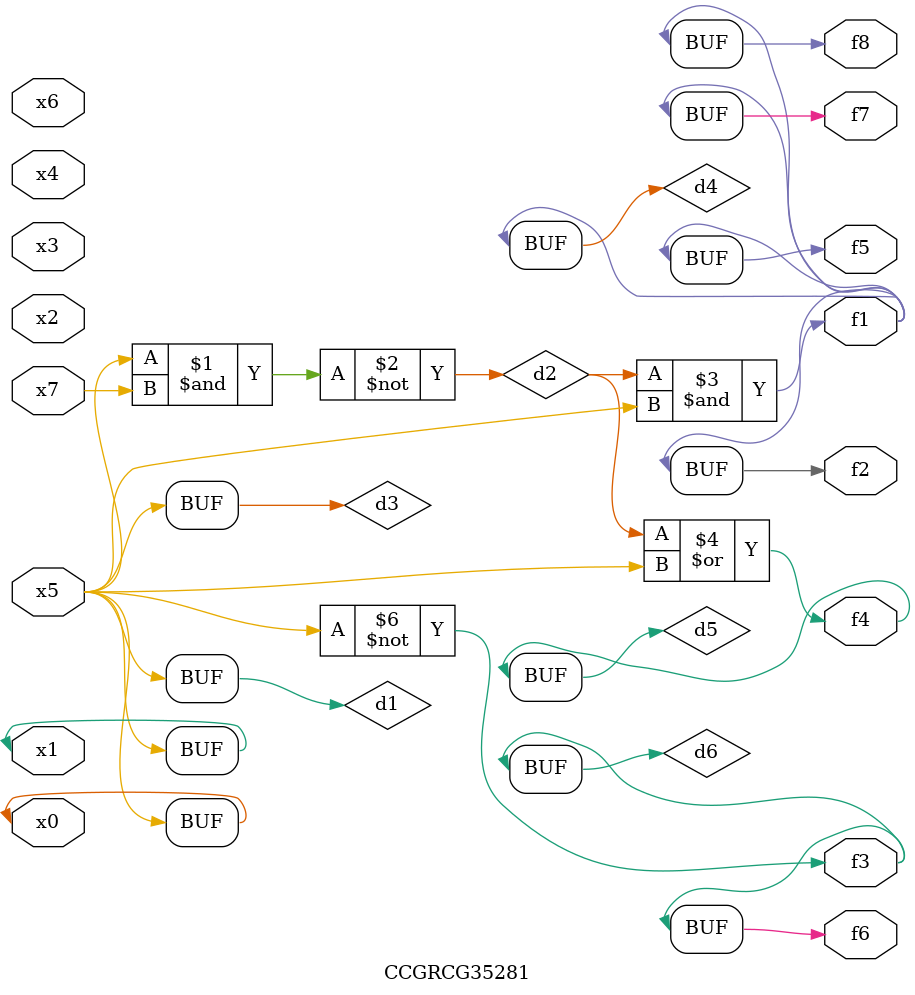
<source format=v>
module CCGRCG35281(
	input x0, x1, x2, x3, x4, x5, x6, x7,
	output f1, f2, f3, f4, f5, f6, f7, f8
);

	wire d1, d2, d3, d4, d5, d6;

	buf (d1, x0, x5);
	nand (d2, x5, x7);
	buf (d3, x0, x1);
	and (d4, d2, d3);
	or (d5, d2, d3);
	nor (d6, d1, d3);
	assign f1 = d4;
	assign f2 = d4;
	assign f3 = d6;
	assign f4 = d5;
	assign f5 = d4;
	assign f6 = d6;
	assign f7 = d4;
	assign f8 = d4;
endmodule

</source>
